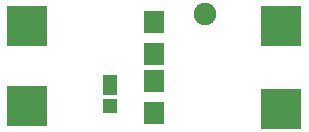
<source format=gbr>
G04 #@! TF.FileFunction,Soldermask,Top*
%FSLAX45Y45*%
G04 Gerber Fmt 4.5, Leading zero omitted, Abs format (unit mm)*
G04 Created by KiCad (PCBNEW 4.0.7) date 02/07/18 18:27:37*
%MOMM*%
%LPD*%
G01*
G04 APERTURE LIST*
%ADD10C,0.100000*%
%ADD11R,3.400000X3.400000*%
%ADD12R,1.289000X1.797000*%
%ADD13R,1.162000X1.263600*%
%ADD14C,1.900000*%
%ADD15R,1.700000X1.900000*%
G04 APERTURE END LIST*
D10*
D11*
X16475000Y-10925000D03*
D12*
X15025000Y-10725070D03*
D13*
X15025000Y-10901600D03*
D11*
X14325000Y-10225000D03*
X14325000Y-10900000D03*
X16475000Y-10225000D03*
D14*
X15825000Y-10125000D03*
D15*
X15400000Y-10190000D03*
X15400000Y-10460000D03*
X15400000Y-10690000D03*
X15400000Y-10960000D03*
M02*

</source>
